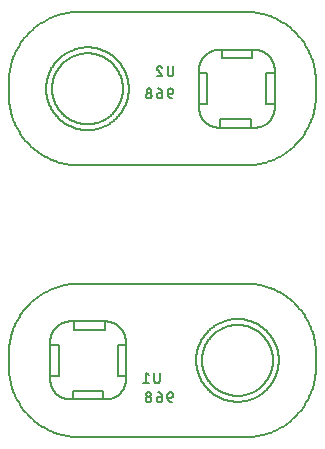
<source format=gbo>
G75*
%MOIN*%
%OFA0B0*%
%FSLAX25Y25*%
%IPPOS*%
%LPD*%
%AMOC8*
5,1,8,0,0,1.08239X$1,22.5*
%
%ADD10C,0.00787*%
%ADD11C,0.00600*%
%ADD12C,0.00700*%
D10*
X0041551Y0047485D02*
X0041551Y0060027D01*
X0041551Y0058874D02*
X0044307Y0058874D01*
X0044307Y0048638D01*
X0041551Y0048638D01*
X0041551Y0047485D02*
X0041553Y0047323D01*
X0041559Y0047160D01*
X0041569Y0046998D01*
X0041582Y0046836D01*
X0041600Y0046675D01*
X0041622Y0046514D01*
X0041647Y0046353D01*
X0041676Y0046194D01*
X0041709Y0046035D01*
X0041746Y0045877D01*
X0041787Y0045719D01*
X0041832Y0045563D01*
X0041880Y0045408D01*
X0041932Y0045254D01*
X0041988Y0045102D01*
X0042047Y0044951D01*
X0042110Y0044801D01*
X0042177Y0044653D01*
X0042247Y0044506D01*
X0042321Y0044362D01*
X0042398Y0044219D01*
X0042479Y0044078D01*
X0042563Y0043939D01*
X0042650Y0043802D01*
X0042741Y0043667D01*
X0042835Y0043534D01*
X0042932Y0043404D01*
X0043032Y0043276D01*
X0043135Y0043151D01*
X0043241Y0043028D01*
X0043350Y0042908D01*
X0043462Y0042790D01*
X0043577Y0042675D01*
X0043695Y0042563D01*
X0043815Y0042454D01*
X0043938Y0042348D01*
X0044063Y0042245D01*
X0044191Y0042145D01*
X0044321Y0042048D01*
X0044454Y0041954D01*
X0044589Y0041863D01*
X0044726Y0041776D01*
X0044865Y0041692D01*
X0045006Y0041611D01*
X0045149Y0041534D01*
X0045293Y0041460D01*
X0045440Y0041390D01*
X0045588Y0041323D01*
X0045738Y0041260D01*
X0045889Y0041201D01*
X0046041Y0041145D01*
X0046195Y0041093D01*
X0046350Y0041045D01*
X0046506Y0041000D01*
X0046664Y0040959D01*
X0046822Y0040922D01*
X0046981Y0040889D01*
X0047140Y0040860D01*
X0047301Y0040835D01*
X0047462Y0040813D01*
X0047623Y0040795D01*
X0047785Y0040782D01*
X0047947Y0040772D01*
X0048110Y0040766D01*
X0048272Y0040764D01*
X0049031Y0040764D01*
X0049031Y0043520D01*
X0059268Y0043520D01*
X0059268Y0040764D01*
X0049031Y0040764D01*
X0059268Y0040764D02*
X0060083Y0040764D01*
X0060083Y0040763D02*
X0060244Y0040765D01*
X0060405Y0040771D01*
X0060566Y0040781D01*
X0060726Y0040794D01*
X0060886Y0040812D01*
X0061046Y0040833D01*
X0061205Y0040858D01*
X0061364Y0040887D01*
X0061521Y0040920D01*
X0061678Y0040957D01*
X0061834Y0040997D01*
X0061989Y0041041D01*
X0062143Y0041089D01*
X0062295Y0041141D01*
X0062446Y0041196D01*
X0062596Y0041255D01*
X0062745Y0041318D01*
X0062892Y0041384D01*
X0063037Y0041453D01*
X0063180Y0041526D01*
X0063322Y0041603D01*
X0063462Y0041683D01*
X0063600Y0041766D01*
X0063736Y0041853D01*
X0063869Y0041943D01*
X0064001Y0042036D01*
X0064130Y0042132D01*
X0064257Y0042231D01*
X0064381Y0042334D01*
X0064503Y0042439D01*
X0064622Y0042547D01*
X0064739Y0042659D01*
X0064852Y0042772D01*
X0064964Y0042889D01*
X0065072Y0043008D01*
X0065177Y0043130D01*
X0065280Y0043254D01*
X0065379Y0043381D01*
X0065475Y0043510D01*
X0065568Y0043642D01*
X0065658Y0043775D01*
X0065745Y0043911D01*
X0065828Y0044049D01*
X0065908Y0044189D01*
X0065985Y0044331D01*
X0066058Y0044474D01*
X0066127Y0044619D01*
X0066193Y0044766D01*
X0066256Y0044915D01*
X0066315Y0045065D01*
X0066370Y0045216D01*
X0066422Y0045368D01*
X0066470Y0045522D01*
X0066514Y0045677D01*
X0066554Y0045833D01*
X0066591Y0045990D01*
X0066624Y0046147D01*
X0066653Y0046306D01*
X0066678Y0046465D01*
X0066699Y0046625D01*
X0066717Y0046785D01*
X0066730Y0046945D01*
X0066740Y0047106D01*
X0066746Y0047267D01*
X0066748Y0047428D01*
X0066748Y0060027D01*
X0066748Y0058874D02*
X0063992Y0058874D01*
X0063992Y0048638D01*
X0066748Y0048638D01*
X0066748Y0060027D02*
X0066746Y0060189D01*
X0066740Y0060352D01*
X0066730Y0060514D01*
X0066717Y0060676D01*
X0066699Y0060837D01*
X0066677Y0060998D01*
X0066652Y0061159D01*
X0066623Y0061318D01*
X0066590Y0061477D01*
X0066553Y0061635D01*
X0066512Y0061793D01*
X0066467Y0061949D01*
X0066419Y0062104D01*
X0066367Y0062258D01*
X0066311Y0062410D01*
X0066252Y0062561D01*
X0066189Y0062711D01*
X0066122Y0062859D01*
X0066052Y0063006D01*
X0065978Y0063150D01*
X0065901Y0063293D01*
X0065820Y0063434D01*
X0065736Y0063573D01*
X0065649Y0063710D01*
X0065558Y0063845D01*
X0065464Y0063978D01*
X0065367Y0064108D01*
X0065267Y0064236D01*
X0065164Y0064361D01*
X0065058Y0064484D01*
X0064949Y0064604D01*
X0064837Y0064722D01*
X0064722Y0064837D01*
X0064604Y0064949D01*
X0064484Y0065058D01*
X0064361Y0065164D01*
X0064236Y0065267D01*
X0064108Y0065367D01*
X0063978Y0065464D01*
X0063845Y0065558D01*
X0063710Y0065649D01*
X0063573Y0065736D01*
X0063434Y0065820D01*
X0063293Y0065901D01*
X0063150Y0065978D01*
X0063006Y0066052D01*
X0062859Y0066122D01*
X0062711Y0066189D01*
X0062561Y0066252D01*
X0062410Y0066311D01*
X0062258Y0066367D01*
X0062104Y0066419D01*
X0061949Y0066467D01*
X0061793Y0066512D01*
X0061635Y0066553D01*
X0061477Y0066590D01*
X0061318Y0066623D01*
X0061159Y0066652D01*
X0060998Y0066677D01*
X0060837Y0066699D01*
X0060676Y0066717D01*
X0060514Y0066730D01*
X0060352Y0066740D01*
X0060189Y0066746D01*
X0060027Y0066748D01*
X0048272Y0066748D01*
X0049425Y0066748D02*
X0049425Y0063992D01*
X0059661Y0063992D01*
X0059661Y0066748D01*
X0048272Y0066748D02*
X0048110Y0066746D01*
X0047947Y0066740D01*
X0047785Y0066730D01*
X0047623Y0066717D01*
X0047462Y0066699D01*
X0047301Y0066677D01*
X0047140Y0066652D01*
X0046981Y0066623D01*
X0046822Y0066590D01*
X0046664Y0066553D01*
X0046506Y0066512D01*
X0046350Y0066467D01*
X0046195Y0066419D01*
X0046041Y0066367D01*
X0045889Y0066311D01*
X0045738Y0066252D01*
X0045588Y0066189D01*
X0045440Y0066122D01*
X0045293Y0066052D01*
X0045149Y0065978D01*
X0045006Y0065901D01*
X0044865Y0065820D01*
X0044726Y0065736D01*
X0044589Y0065649D01*
X0044454Y0065558D01*
X0044321Y0065464D01*
X0044191Y0065367D01*
X0044063Y0065267D01*
X0043938Y0065164D01*
X0043815Y0065058D01*
X0043695Y0064949D01*
X0043577Y0064837D01*
X0043462Y0064722D01*
X0043350Y0064604D01*
X0043241Y0064484D01*
X0043135Y0064361D01*
X0043032Y0064236D01*
X0042932Y0064108D01*
X0042835Y0063978D01*
X0042741Y0063845D01*
X0042650Y0063710D01*
X0042563Y0063573D01*
X0042479Y0063434D01*
X0042398Y0063293D01*
X0042321Y0063150D01*
X0042247Y0063006D01*
X0042177Y0062859D01*
X0042110Y0062711D01*
X0042047Y0062561D01*
X0041988Y0062410D01*
X0041932Y0062258D01*
X0041880Y0062104D01*
X0041832Y0061949D01*
X0041787Y0061793D01*
X0041746Y0061635D01*
X0041709Y0061477D01*
X0041676Y0061318D01*
X0041647Y0061159D01*
X0041622Y0060998D01*
X0041600Y0060837D01*
X0041582Y0060676D01*
X0041569Y0060514D01*
X0041559Y0060352D01*
X0041553Y0060189D01*
X0041551Y0060027D01*
X0027772Y0055923D02*
X0027779Y0056489D01*
X0027799Y0057055D01*
X0027834Y0057620D01*
X0027881Y0058184D01*
X0027943Y0058746D01*
X0028018Y0059307D01*
X0028106Y0059866D01*
X0028208Y0060423D01*
X0028324Y0060977D01*
X0028453Y0061528D01*
X0028595Y0062076D01*
X0028750Y0062621D01*
X0028918Y0063161D01*
X0029100Y0063697D01*
X0029294Y0064229D01*
X0029501Y0064756D01*
X0029721Y0065277D01*
X0029953Y0065793D01*
X0030198Y0066304D01*
X0030455Y0066808D01*
X0030724Y0067306D01*
X0031005Y0067798D01*
X0031298Y0068282D01*
X0031602Y0068759D01*
X0031918Y0069229D01*
X0032245Y0069691D01*
X0032584Y0070145D01*
X0032933Y0070590D01*
X0033292Y0071027D01*
X0033663Y0071455D01*
X0034043Y0071874D01*
X0034434Y0072284D01*
X0034834Y0072684D01*
X0035244Y0073075D01*
X0035663Y0073455D01*
X0036091Y0073826D01*
X0036528Y0074185D01*
X0036973Y0074534D01*
X0037427Y0074873D01*
X0037889Y0075200D01*
X0038359Y0075516D01*
X0038836Y0075820D01*
X0039320Y0076113D01*
X0039812Y0076394D01*
X0040310Y0076663D01*
X0040814Y0076920D01*
X0041325Y0077165D01*
X0041841Y0077397D01*
X0042362Y0077617D01*
X0042889Y0077824D01*
X0043421Y0078018D01*
X0043957Y0078200D01*
X0044497Y0078368D01*
X0045042Y0078523D01*
X0045590Y0078665D01*
X0046141Y0078794D01*
X0046695Y0078910D01*
X0047252Y0079012D01*
X0047811Y0079100D01*
X0048372Y0079175D01*
X0048934Y0079237D01*
X0049498Y0079284D01*
X0050063Y0079319D01*
X0050629Y0079339D01*
X0051195Y0079346D01*
X0106711Y0079346D01*
X0107277Y0079339D01*
X0107843Y0079319D01*
X0108408Y0079284D01*
X0108972Y0079237D01*
X0109534Y0079175D01*
X0110095Y0079100D01*
X0110654Y0079012D01*
X0111211Y0078910D01*
X0111765Y0078794D01*
X0112316Y0078665D01*
X0112864Y0078523D01*
X0113409Y0078368D01*
X0113949Y0078200D01*
X0114485Y0078018D01*
X0115017Y0077824D01*
X0115544Y0077617D01*
X0116065Y0077397D01*
X0116581Y0077165D01*
X0117092Y0076920D01*
X0117596Y0076663D01*
X0118094Y0076394D01*
X0118586Y0076113D01*
X0119070Y0075820D01*
X0119547Y0075516D01*
X0120017Y0075200D01*
X0120479Y0074873D01*
X0120933Y0074534D01*
X0121378Y0074185D01*
X0121815Y0073826D01*
X0122243Y0073455D01*
X0122662Y0073075D01*
X0123072Y0072684D01*
X0123472Y0072284D01*
X0123863Y0071874D01*
X0124243Y0071455D01*
X0124614Y0071027D01*
X0124973Y0070590D01*
X0125322Y0070145D01*
X0125661Y0069691D01*
X0125988Y0069229D01*
X0126304Y0068759D01*
X0126608Y0068282D01*
X0126901Y0067798D01*
X0127182Y0067306D01*
X0127451Y0066808D01*
X0127708Y0066304D01*
X0127953Y0065793D01*
X0128185Y0065277D01*
X0128405Y0064756D01*
X0128612Y0064229D01*
X0128806Y0063697D01*
X0128988Y0063161D01*
X0129156Y0062621D01*
X0129311Y0062076D01*
X0129453Y0061528D01*
X0129582Y0060977D01*
X0129698Y0060423D01*
X0129800Y0059866D01*
X0129888Y0059307D01*
X0129963Y0058746D01*
X0130025Y0058184D01*
X0130072Y0057620D01*
X0130107Y0057055D01*
X0130127Y0056489D01*
X0130134Y0055923D01*
X0130134Y0051589D01*
X0130127Y0051023D01*
X0130107Y0050457D01*
X0130072Y0049892D01*
X0130025Y0049328D01*
X0129963Y0048766D01*
X0129888Y0048205D01*
X0129800Y0047646D01*
X0129698Y0047089D01*
X0129582Y0046535D01*
X0129453Y0045984D01*
X0129311Y0045436D01*
X0129156Y0044891D01*
X0128988Y0044351D01*
X0128806Y0043815D01*
X0128612Y0043283D01*
X0128405Y0042756D01*
X0128185Y0042235D01*
X0127953Y0041719D01*
X0127708Y0041208D01*
X0127451Y0040704D01*
X0127182Y0040206D01*
X0126901Y0039714D01*
X0126608Y0039230D01*
X0126304Y0038753D01*
X0125988Y0038283D01*
X0125661Y0037821D01*
X0125322Y0037367D01*
X0124973Y0036922D01*
X0124614Y0036485D01*
X0124243Y0036057D01*
X0123863Y0035638D01*
X0123472Y0035228D01*
X0123072Y0034828D01*
X0122662Y0034437D01*
X0122243Y0034057D01*
X0121815Y0033686D01*
X0121378Y0033327D01*
X0120933Y0032978D01*
X0120479Y0032639D01*
X0120017Y0032312D01*
X0119547Y0031996D01*
X0119070Y0031692D01*
X0118586Y0031399D01*
X0118094Y0031118D01*
X0117596Y0030849D01*
X0117092Y0030592D01*
X0116581Y0030347D01*
X0116065Y0030115D01*
X0115544Y0029895D01*
X0115017Y0029688D01*
X0114485Y0029494D01*
X0113949Y0029312D01*
X0113409Y0029144D01*
X0112864Y0028989D01*
X0112316Y0028847D01*
X0111765Y0028718D01*
X0111211Y0028602D01*
X0110654Y0028500D01*
X0110095Y0028412D01*
X0109534Y0028337D01*
X0108972Y0028275D01*
X0108408Y0028228D01*
X0107843Y0028193D01*
X0107277Y0028173D01*
X0106711Y0028166D01*
X0106711Y0028165D02*
X0051195Y0028165D01*
X0051195Y0028166D02*
X0050629Y0028173D01*
X0050063Y0028193D01*
X0049498Y0028228D01*
X0048934Y0028275D01*
X0048372Y0028337D01*
X0047811Y0028412D01*
X0047252Y0028500D01*
X0046695Y0028602D01*
X0046141Y0028718D01*
X0045590Y0028847D01*
X0045042Y0028989D01*
X0044497Y0029144D01*
X0043957Y0029312D01*
X0043421Y0029494D01*
X0042889Y0029688D01*
X0042362Y0029895D01*
X0041841Y0030115D01*
X0041325Y0030347D01*
X0040814Y0030592D01*
X0040310Y0030849D01*
X0039812Y0031118D01*
X0039320Y0031399D01*
X0038836Y0031692D01*
X0038359Y0031996D01*
X0037889Y0032312D01*
X0037427Y0032639D01*
X0036973Y0032978D01*
X0036528Y0033327D01*
X0036091Y0033686D01*
X0035663Y0034057D01*
X0035244Y0034437D01*
X0034834Y0034828D01*
X0034434Y0035228D01*
X0034043Y0035638D01*
X0033663Y0036057D01*
X0033292Y0036485D01*
X0032933Y0036922D01*
X0032584Y0037367D01*
X0032245Y0037821D01*
X0031918Y0038283D01*
X0031602Y0038753D01*
X0031298Y0039230D01*
X0031005Y0039714D01*
X0030724Y0040206D01*
X0030455Y0040704D01*
X0030198Y0041208D01*
X0029953Y0041719D01*
X0029721Y0042235D01*
X0029501Y0042756D01*
X0029294Y0043283D01*
X0029100Y0043815D01*
X0028918Y0044351D01*
X0028750Y0044891D01*
X0028595Y0045436D01*
X0028453Y0045984D01*
X0028324Y0046535D01*
X0028208Y0047089D01*
X0028106Y0047646D01*
X0028018Y0048205D01*
X0027943Y0048766D01*
X0027881Y0049328D01*
X0027834Y0049892D01*
X0027799Y0050457D01*
X0027779Y0051023D01*
X0027772Y0051589D01*
X0027772Y0055923D01*
X0051195Y0118717D02*
X0106711Y0118717D01*
X0108480Y0131315D02*
X0108480Y0134071D01*
X0098244Y0134071D01*
X0098244Y0131315D01*
X0097878Y0131315D02*
X0109633Y0131315D01*
X0109795Y0131317D01*
X0109958Y0131323D01*
X0110120Y0131333D01*
X0110282Y0131346D01*
X0110443Y0131364D01*
X0110604Y0131386D01*
X0110765Y0131411D01*
X0110924Y0131440D01*
X0111083Y0131473D01*
X0111241Y0131510D01*
X0111399Y0131551D01*
X0111555Y0131596D01*
X0111710Y0131644D01*
X0111864Y0131696D01*
X0112016Y0131752D01*
X0112167Y0131811D01*
X0112317Y0131874D01*
X0112465Y0131941D01*
X0112612Y0132011D01*
X0112756Y0132085D01*
X0112899Y0132162D01*
X0113040Y0132243D01*
X0113179Y0132327D01*
X0113316Y0132414D01*
X0113451Y0132505D01*
X0113584Y0132599D01*
X0113714Y0132696D01*
X0113842Y0132796D01*
X0113967Y0132899D01*
X0114090Y0133005D01*
X0114210Y0133114D01*
X0114328Y0133226D01*
X0114443Y0133341D01*
X0114555Y0133459D01*
X0114664Y0133579D01*
X0114770Y0133702D01*
X0114873Y0133827D01*
X0114973Y0133955D01*
X0115070Y0134085D01*
X0115164Y0134218D01*
X0115255Y0134353D01*
X0115342Y0134490D01*
X0115426Y0134629D01*
X0115507Y0134770D01*
X0115584Y0134913D01*
X0115658Y0135057D01*
X0115728Y0135204D01*
X0115795Y0135352D01*
X0115858Y0135502D01*
X0115917Y0135653D01*
X0115973Y0135805D01*
X0116025Y0135959D01*
X0116073Y0136114D01*
X0116118Y0136270D01*
X0116159Y0136428D01*
X0116196Y0136586D01*
X0116229Y0136745D01*
X0116258Y0136904D01*
X0116283Y0137065D01*
X0116305Y0137226D01*
X0116323Y0137387D01*
X0116336Y0137549D01*
X0116346Y0137711D01*
X0116352Y0137874D01*
X0116354Y0138036D01*
X0116354Y0150578D01*
X0116354Y0149425D02*
X0113598Y0149425D01*
X0113598Y0139189D01*
X0116354Y0139189D01*
X0130134Y0142140D02*
X0130127Y0141574D01*
X0130107Y0141008D01*
X0130072Y0140443D01*
X0130025Y0139879D01*
X0129963Y0139317D01*
X0129888Y0138756D01*
X0129800Y0138197D01*
X0129698Y0137640D01*
X0129582Y0137086D01*
X0129453Y0136535D01*
X0129311Y0135987D01*
X0129156Y0135442D01*
X0128988Y0134902D01*
X0128806Y0134366D01*
X0128612Y0133834D01*
X0128405Y0133307D01*
X0128185Y0132786D01*
X0127953Y0132270D01*
X0127708Y0131759D01*
X0127451Y0131255D01*
X0127182Y0130757D01*
X0126901Y0130265D01*
X0126608Y0129781D01*
X0126304Y0129304D01*
X0125988Y0128834D01*
X0125661Y0128372D01*
X0125322Y0127918D01*
X0124973Y0127473D01*
X0124614Y0127036D01*
X0124243Y0126608D01*
X0123863Y0126189D01*
X0123472Y0125779D01*
X0123072Y0125379D01*
X0122662Y0124988D01*
X0122243Y0124608D01*
X0121815Y0124237D01*
X0121378Y0123878D01*
X0120933Y0123529D01*
X0120479Y0123190D01*
X0120017Y0122863D01*
X0119547Y0122547D01*
X0119070Y0122243D01*
X0118586Y0121950D01*
X0118094Y0121669D01*
X0117596Y0121400D01*
X0117092Y0121143D01*
X0116581Y0120898D01*
X0116065Y0120666D01*
X0115544Y0120446D01*
X0115017Y0120239D01*
X0114485Y0120045D01*
X0113949Y0119863D01*
X0113409Y0119695D01*
X0112864Y0119540D01*
X0112316Y0119398D01*
X0111765Y0119269D01*
X0111211Y0119153D01*
X0110654Y0119051D01*
X0110095Y0118963D01*
X0109534Y0118888D01*
X0108972Y0118826D01*
X0108408Y0118779D01*
X0107843Y0118744D01*
X0107277Y0118724D01*
X0106711Y0118717D01*
X0097878Y0131315D02*
X0097716Y0131317D01*
X0097553Y0131323D01*
X0097391Y0131333D01*
X0097229Y0131346D01*
X0097068Y0131364D01*
X0096907Y0131386D01*
X0096746Y0131411D01*
X0096587Y0131440D01*
X0096428Y0131473D01*
X0096270Y0131510D01*
X0096112Y0131551D01*
X0095956Y0131596D01*
X0095801Y0131644D01*
X0095647Y0131696D01*
X0095495Y0131752D01*
X0095344Y0131811D01*
X0095194Y0131874D01*
X0095046Y0131941D01*
X0094899Y0132011D01*
X0094755Y0132085D01*
X0094612Y0132162D01*
X0094471Y0132243D01*
X0094332Y0132327D01*
X0094195Y0132414D01*
X0094060Y0132505D01*
X0093927Y0132599D01*
X0093797Y0132696D01*
X0093669Y0132796D01*
X0093544Y0132899D01*
X0093421Y0133005D01*
X0093301Y0133114D01*
X0093183Y0133226D01*
X0093068Y0133341D01*
X0092956Y0133459D01*
X0092847Y0133579D01*
X0092741Y0133702D01*
X0092638Y0133827D01*
X0092538Y0133955D01*
X0092441Y0134085D01*
X0092347Y0134218D01*
X0092256Y0134353D01*
X0092169Y0134490D01*
X0092085Y0134629D01*
X0092004Y0134770D01*
X0091927Y0134913D01*
X0091853Y0135057D01*
X0091783Y0135204D01*
X0091716Y0135352D01*
X0091653Y0135502D01*
X0091594Y0135653D01*
X0091538Y0135805D01*
X0091486Y0135959D01*
X0091438Y0136114D01*
X0091393Y0136270D01*
X0091352Y0136428D01*
X0091315Y0136586D01*
X0091282Y0136745D01*
X0091253Y0136904D01*
X0091228Y0137065D01*
X0091206Y0137226D01*
X0091188Y0137387D01*
X0091175Y0137549D01*
X0091165Y0137711D01*
X0091159Y0137874D01*
X0091157Y0138036D01*
X0091157Y0150635D01*
X0091157Y0149425D02*
X0093913Y0149425D01*
X0093913Y0139189D01*
X0091157Y0139189D01*
X0091157Y0150635D02*
X0091159Y0150796D01*
X0091165Y0150957D01*
X0091175Y0151118D01*
X0091188Y0151278D01*
X0091206Y0151438D01*
X0091227Y0151598D01*
X0091252Y0151757D01*
X0091281Y0151916D01*
X0091314Y0152073D01*
X0091351Y0152230D01*
X0091391Y0152386D01*
X0091435Y0152541D01*
X0091483Y0152695D01*
X0091535Y0152847D01*
X0091590Y0152998D01*
X0091649Y0153148D01*
X0091712Y0153297D01*
X0091778Y0153444D01*
X0091847Y0153589D01*
X0091920Y0153732D01*
X0091997Y0153874D01*
X0092077Y0154014D01*
X0092160Y0154152D01*
X0092247Y0154288D01*
X0092337Y0154421D01*
X0092430Y0154553D01*
X0092526Y0154682D01*
X0092625Y0154809D01*
X0092728Y0154933D01*
X0092833Y0155055D01*
X0092941Y0155174D01*
X0093053Y0155291D01*
X0093166Y0155404D01*
X0093283Y0155516D01*
X0093402Y0155624D01*
X0093524Y0155729D01*
X0093648Y0155832D01*
X0093775Y0155931D01*
X0093904Y0156027D01*
X0094036Y0156120D01*
X0094169Y0156210D01*
X0094305Y0156297D01*
X0094443Y0156380D01*
X0094583Y0156460D01*
X0094725Y0156537D01*
X0094868Y0156610D01*
X0095013Y0156679D01*
X0095160Y0156745D01*
X0095309Y0156808D01*
X0095459Y0156867D01*
X0095610Y0156922D01*
X0095762Y0156974D01*
X0095916Y0157022D01*
X0096071Y0157066D01*
X0096227Y0157106D01*
X0096384Y0157143D01*
X0096541Y0157176D01*
X0096700Y0157205D01*
X0096859Y0157230D01*
X0097019Y0157251D01*
X0097179Y0157269D01*
X0097339Y0157282D01*
X0097500Y0157292D01*
X0097661Y0157298D01*
X0097822Y0157300D01*
X0097822Y0157299D02*
X0098638Y0157299D01*
X0098638Y0154543D01*
X0108874Y0154543D01*
X0108874Y0157299D01*
X0109633Y0157299D01*
X0108874Y0157299D02*
X0098638Y0157299D01*
X0109633Y0157299D02*
X0109795Y0157297D01*
X0109958Y0157291D01*
X0110120Y0157281D01*
X0110282Y0157268D01*
X0110443Y0157250D01*
X0110604Y0157228D01*
X0110765Y0157203D01*
X0110924Y0157174D01*
X0111083Y0157141D01*
X0111241Y0157104D01*
X0111399Y0157063D01*
X0111555Y0157018D01*
X0111710Y0156970D01*
X0111864Y0156918D01*
X0112016Y0156862D01*
X0112167Y0156803D01*
X0112317Y0156740D01*
X0112465Y0156673D01*
X0112612Y0156603D01*
X0112756Y0156529D01*
X0112899Y0156452D01*
X0113040Y0156371D01*
X0113179Y0156287D01*
X0113316Y0156200D01*
X0113451Y0156109D01*
X0113584Y0156015D01*
X0113714Y0155918D01*
X0113842Y0155818D01*
X0113967Y0155715D01*
X0114090Y0155609D01*
X0114210Y0155500D01*
X0114328Y0155388D01*
X0114443Y0155273D01*
X0114555Y0155155D01*
X0114664Y0155035D01*
X0114770Y0154912D01*
X0114873Y0154787D01*
X0114973Y0154659D01*
X0115070Y0154529D01*
X0115164Y0154396D01*
X0115255Y0154261D01*
X0115342Y0154124D01*
X0115426Y0153985D01*
X0115507Y0153844D01*
X0115584Y0153701D01*
X0115658Y0153557D01*
X0115728Y0153410D01*
X0115795Y0153262D01*
X0115858Y0153112D01*
X0115917Y0152961D01*
X0115973Y0152809D01*
X0116025Y0152655D01*
X0116073Y0152500D01*
X0116118Y0152344D01*
X0116159Y0152186D01*
X0116196Y0152028D01*
X0116229Y0151869D01*
X0116258Y0151710D01*
X0116283Y0151549D01*
X0116305Y0151388D01*
X0116323Y0151227D01*
X0116336Y0151065D01*
X0116346Y0150903D01*
X0116352Y0150740D01*
X0116354Y0150578D01*
X0130134Y0146474D02*
X0130127Y0147040D01*
X0130107Y0147606D01*
X0130072Y0148171D01*
X0130025Y0148735D01*
X0129963Y0149297D01*
X0129888Y0149858D01*
X0129800Y0150417D01*
X0129698Y0150974D01*
X0129582Y0151528D01*
X0129453Y0152079D01*
X0129311Y0152627D01*
X0129156Y0153172D01*
X0128988Y0153712D01*
X0128806Y0154248D01*
X0128612Y0154780D01*
X0128405Y0155307D01*
X0128185Y0155828D01*
X0127953Y0156344D01*
X0127708Y0156855D01*
X0127451Y0157359D01*
X0127182Y0157857D01*
X0126901Y0158349D01*
X0126608Y0158833D01*
X0126304Y0159310D01*
X0125988Y0159780D01*
X0125661Y0160242D01*
X0125322Y0160696D01*
X0124973Y0161141D01*
X0124614Y0161578D01*
X0124243Y0162006D01*
X0123863Y0162425D01*
X0123472Y0162835D01*
X0123072Y0163235D01*
X0122662Y0163626D01*
X0122243Y0164006D01*
X0121815Y0164377D01*
X0121378Y0164736D01*
X0120933Y0165085D01*
X0120479Y0165424D01*
X0120017Y0165751D01*
X0119547Y0166067D01*
X0119070Y0166371D01*
X0118586Y0166664D01*
X0118094Y0166945D01*
X0117596Y0167214D01*
X0117092Y0167471D01*
X0116581Y0167716D01*
X0116065Y0167948D01*
X0115544Y0168168D01*
X0115017Y0168375D01*
X0114485Y0168569D01*
X0113949Y0168751D01*
X0113409Y0168919D01*
X0112864Y0169074D01*
X0112316Y0169216D01*
X0111765Y0169345D01*
X0111211Y0169461D01*
X0110654Y0169563D01*
X0110095Y0169651D01*
X0109534Y0169726D01*
X0108972Y0169788D01*
X0108408Y0169835D01*
X0107843Y0169870D01*
X0107277Y0169890D01*
X0106711Y0169897D01*
X0106711Y0169898D02*
X0051195Y0169898D01*
X0051195Y0169897D02*
X0050629Y0169890D01*
X0050063Y0169870D01*
X0049498Y0169835D01*
X0048934Y0169788D01*
X0048372Y0169726D01*
X0047811Y0169651D01*
X0047252Y0169563D01*
X0046695Y0169461D01*
X0046141Y0169345D01*
X0045590Y0169216D01*
X0045042Y0169074D01*
X0044497Y0168919D01*
X0043957Y0168751D01*
X0043421Y0168569D01*
X0042889Y0168375D01*
X0042362Y0168168D01*
X0041841Y0167948D01*
X0041325Y0167716D01*
X0040814Y0167471D01*
X0040310Y0167214D01*
X0039812Y0166945D01*
X0039320Y0166664D01*
X0038836Y0166371D01*
X0038359Y0166067D01*
X0037889Y0165751D01*
X0037427Y0165424D01*
X0036973Y0165085D01*
X0036528Y0164736D01*
X0036091Y0164377D01*
X0035663Y0164006D01*
X0035244Y0163626D01*
X0034834Y0163235D01*
X0034434Y0162835D01*
X0034043Y0162425D01*
X0033663Y0162006D01*
X0033292Y0161578D01*
X0032933Y0161141D01*
X0032584Y0160696D01*
X0032245Y0160242D01*
X0031918Y0159780D01*
X0031602Y0159310D01*
X0031298Y0158833D01*
X0031005Y0158349D01*
X0030724Y0157857D01*
X0030455Y0157359D01*
X0030198Y0156855D01*
X0029953Y0156344D01*
X0029721Y0155828D01*
X0029501Y0155307D01*
X0029294Y0154780D01*
X0029100Y0154248D01*
X0028918Y0153712D01*
X0028750Y0153172D01*
X0028595Y0152627D01*
X0028453Y0152079D01*
X0028324Y0151528D01*
X0028208Y0150974D01*
X0028106Y0150417D01*
X0028018Y0149858D01*
X0027943Y0149297D01*
X0027881Y0148735D01*
X0027834Y0148171D01*
X0027799Y0147606D01*
X0027779Y0147040D01*
X0027772Y0146474D01*
X0027772Y0142140D01*
X0027779Y0141574D01*
X0027799Y0141008D01*
X0027834Y0140443D01*
X0027881Y0139879D01*
X0027943Y0139317D01*
X0028018Y0138756D01*
X0028106Y0138197D01*
X0028208Y0137640D01*
X0028324Y0137086D01*
X0028453Y0136535D01*
X0028595Y0135987D01*
X0028750Y0135442D01*
X0028918Y0134902D01*
X0029100Y0134366D01*
X0029294Y0133834D01*
X0029501Y0133307D01*
X0029721Y0132786D01*
X0029953Y0132270D01*
X0030198Y0131759D01*
X0030455Y0131255D01*
X0030724Y0130757D01*
X0031005Y0130265D01*
X0031298Y0129781D01*
X0031602Y0129304D01*
X0031918Y0128834D01*
X0032245Y0128372D01*
X0032584Y0127918D01*
X0032933Y0127473D01*
X0033292Y0127036D01*
X0033663Y0126608D01*
X0034043Y0126189D01*
X0034434Y0125779D01*
X0034834Y0125379D01*
X0035244Y0124988D01*
X0035663Y0124608D01*
X0036091Y0124237D01*
X0036528Y0123878D01*
X0036973Y0123529D01*
X0037427Y0123190D01*
X0037889Y0122863D01*
X0038359Y0122547D01*
X0038836Y0122243D01*
X0039320Y0121950D01*
X0039812Y0121669D01*
X0040310Y0121400D01*
X0040814Y0121143D01*
X0041325Y0120898D01*
X0041841Y0120666D01*
X0042362Y0120446D01*
X0042889Y0120239D01*
X0043421Y0120045D01*
X0043957Y0119863D01*
X0044497Y0119695D01*
X0045042Y0119540D01*
X0045590Y0119398D01*
X0046141Y0119269D01*
X0046695Y0119153D01*
X0047252Y0119051D01*
X0047811Y0118963D01*
X0048372Y0118888D01*
X0048934Y0118826D01*
X0049498Y0118779D01*
X0050063Y0118744D01*
X0050629Y0118724D01*
X0051195Y0118717D01*
X0040173Y0144307D02*
X0040177Y0144645D01*
X0040190Y0144983D01*
X0040210Y0145321D01*
X0040239Y0145658D01*
X0040277Y0145994D01*
X0040322Y0146329D01*
X0040376Y0146663D01*
X0040438Y0146995D01*
X0040508Y0147326D01*
X0040586Y0147655D01*
X0040672Y0147982D01*
X0040766Y0148307D01*
X0040869Y0148630D01*
X0040979Y0148949D01*
X0041096Y0149266D01*
X0041222Y0149580D01*
X0041355Y0149891D01*
X0041496Y0150199D01*
X0041644Y0150503D01*
X0041800Y0150803D01*
X0041963Y0151099D01*
X0042133Y0151391D01*
X0042311Y0151679D01*
X0042495Y0151963D01*
X0042687Y0152242D01*
X0042885Y0152516D01*
X0043090Y0152785D01*
X0043301Y0153049D01*
X0043519Y0153308D01*
X0043743Y0153561D01*
X0043973Y0153809D01*
X0044209Y0154051D01*
X0044451Y0154287D01*
X0044699Y0154517D01*
X0044952Y0154741D01*
X0045211Y0154959D01*
X0045475Y0155170D01*
X0045744Y0155375D01*
X0046018Y0155573D01*
X0046297Y0155765D01*
X0046581Y0155949D01*
X0046869Y0156127D01*
X0047161Y0156297D01*
X0047457Y0156460D01*
X0047757Y0156616D01*
X0048061Y0156764D01*
X0048369Y0156905D01*
X0048680Y0157038D01*
X0048994Y0157164D01*
X0049311Y0157281D01*
X0049630Y0157391D01*
X0049953Y0157494D01*
X0050278Y0157588D01*
X0050605Y0157674D01*
X0050934Y0157752D01*
X0051265Y0157822D01*
X0051597Y0157884D01*
X0051931Y0157938D01*
X0052266Y0157983D01*
X0052602Y0158021D01*
X0052939Y0158050D01*
X0053277Y0158070D01*
X0053615Y0158083D01*
X0053953Y0158087D01*
X0054291Y0158083D01*
X0054629Y0158070D01*
X0054967Y0158050D01*
X0055304Y0158021D01*
X0055640Y0157983D01*
X0055975Y0157938D01*
X0056309Y0157884D01*
X0056641Y0157822D01*
X0056972Y0157752D01*
X0057301Y0157674D01*
X0057628Y0157588D01*
X0057953Y0157494D01*
X0058276Y0157391D01*
X0058595Y0157281D01*
X0058912Y0157164D01*
X0059226Y0157038D01*
X0059537Y0156905D01*
X0059845Y0156764D01*
X0060149Y0156616D01*
X0060449Y0156460D01*
X0060745Y0156297D01*
X0061037Y0156127D01*
X0061325Y0155949D01*
X0061609Y0155765D01*
X0061888Y0155573D01*
X0062162Y0155375D01*
X0062431Y0155170D01*
X0062695Y0154959D01*
X0062954Y0154741D01*
X0063207Y0154517D01*
X0063455Y0154287D01*
X0063697Y0154051D01*
X0063933Y0153809D01*
X0064163Y0153561D01*
X0064387Y0153308D01*
X0064605Y0153049D01*
X0064816Y0152785D01*
X0065021Y0152516D01*
X0065219Y0152242D01*
X0065411Y0151963D01*
X0065595Y0151679D01*
X0065773Y0151391D01*
X0065943Y0151099D01*
X0066106Y0150803D01*
X0066262Y0150503D01*
X0066410Y0150199D01*
X0066551Y0149891D01*
X0066684Y0149580D01*
X0066810Y0149266D01*
X0066927Y0148949D01*
X0067037Y0148630D01*
X0067140Y0148307D01*
X0067234Y0147982D01*
X0067320Y0147655D01*
X0067398Y0147326D01*
X0067468Y0146995D01*
X0067530Y0146663D01*
X0067584Y0146329D01*
X0067629Y0145994D01*
X0067667Y0145658D01*
X0067696Y0145321D01*
X0067716Y0144983D01*
X0067729Y0144645D01*
X0067733Y0144307D01*
X0067729Y0143969D01*
X0067716Y0143631D01*
X0067696Y0143293D01*
X0067667Y0142956D01*
X0067629Y0142620D01*
X0067584Y0142285D01*
X0067530Y0141951D01*
X0067468Y0141619D01*
X0067398Y0141288D01*
X0067320Y0140959D01*
X0067234Y0140632D01*
X0067140Y0140307D01*
X0067037Y0139984D01*
X0066927Y0139665D01*
X0066810Y0139348D01*
X0066684Y0139034D01*
X0066551Y0138723D01*
X0066410Y0138415D01*
X0066262Y0138111D01*
X0066106Y0137811D01*
X0065943Y0137515D01*
X0065773Y0137223D01*
X0065595Y0136935D01*
X0065411Y0136651D01*
X0065219Y0136372D01*
X0065021Y0136098D01*
X0064816Y0135829D01*
X0064605Y0135565D01*
X0064387Y0135306D01*
X0064163Y0135053D01*
X0063933Y0134805D01*
X0063697Y0134563D01*
X0063455Y0134327D01*
X0063207Y0134097D01*
X0062954Y0133873D01*
X0062695Y0133655D01*
X0062431Y0133444D01*
X0062162Y0133239D01*
X0061888Y0133041D01*
X0061609Y0132849D01*
X0061325Y0132665D01*
X0061037Y0132487D01*
X0060745Y0132317D01*
X0060449Y0132154D01*
X0060149Y0131998D01*
X0059845Y0131850D01*
X0059537Y0131709D01*
X0059226Y0131576D01*
X0058912Y0131450D01*
X0058595Y0131333D01*
X0058276Y0131223D01*
X0057953Y0131120D01*
X0057628Y0131026D01*
X0057301Y0130940D01*
X0056972Y0130862D01*
X0056641Y0130792D01*
X0056309Y0130730D01*
X0055975Y0130676D01*
X0055640Y0130631D01*
X0055304Y0130593D01*
X0054967Y0130564D01*
X0054629Y0130544D01*
X0054291Y0130531D01*
X0053953Y0130527D01*
X0053615Y0130531D01*
X0053277Y0130544D01*
X0052939Y0130564D01*
X0052602Y0130593D01*
X0052266Y0130631D01*
X0051931Y0130676D01*
X0051597Y0130730D01*
X0051265Y0130792D01*
X0050934Y0130862D01*
X0050605Y0130940D01*
X0050278Y0131026D01*
X0049953Y0131120D01*
X0049630Y0131223D01*
X0049311Y0131333D01*
X0048994Y0131450D01*
X0048680Y0131576D01*
X0048369Y0131709D01*
X0048061Y0131850D01*
X0047757Y0131998D01*
X0047457Y0132154D01*
X0047161Y0132317D01*
X0046869Y0132487D01*
X0046581Y0132665D01*
X0046297Y0132849D01*
X0046018Y0133041D01*
X0045744Y0133239D01*
X0045475Y0133444D01*
X0045211Y0133655D01*
X0044952Y0133873D01*
X0044699Y0134097D01*
X0044451Y0134327D01*
X0044209Y0134563D01*
X0043973Y0134805D01*
X0043743Y0135053D01*
X0043519Y0135306D01*
X0043301Y0135565D01*
X0043090Y0135829D01*
X0042885Y0136098D01*
X0042687Y0136372D01*
X0042495Y0136651D01*
X0042311Y0136935D01*
X0042133Y0137223D01*
X0041963Y0137515D01*
X0041800Y0137811D01*
X0041644Y0138111D01*
X0041496Y0138415D01*
X0041355Y0138723D01*
X0041222Y0139034D01*
X0041096Y0139348D01*
X0040979Y0139665D01*
X0040869Y0139984D01*
X0040766Y0140307D01*
X0040672Y0140632D01*
X0040586Y0140959D01*
X0040508Y0141288D01*
X0040438Y0141619D01*
X0040376Y0141951D01*
X0040322Y0142285D01*
X0040277Y0142620D01*
X0040239Y0142956D01*
X0040210Y0143293D01*
X0040190Y0143631D01*
X0040177Y0143969D01*
X0040173Y0144307D01*
X0042142Y0144307D02*
X0042146Y0144597D01*
X0042156Y0144887D01*
X0042174Y0145176D01*
X0042199Y0145465D01*
X0042231Y0145753D01*
X0042270Y0146040D01*
X0042316Y0146326D01*
X0042369Y0146611D01*
X0042429Y0146895D01*
X0042496Y0147177D01*
X0042570Y0147457D01*
X0042651Y0147736D01*
X0042738Y0148012D01*
X0042832Y0148286D01*
X0042933Y0148558D01*
X0043041Y0148827D01*
X0043155Y0149093D01*
X0043276Y0149357D01*
X0043403Y0149617D01*
X0043537Y0149875D01*
X0043676Y0150129D01*
X0043822Y0150379D01*
X0043974Y0150626D01*
X0044133Y0150869D01*
X0044297Y0151108D01*
X0044466Y0151343D01*
X0044642Y0151574D01*
X0044823Y0151800D01*
X0045010Y0152022D01*
X0045202Y0152239D01*
X0045399Y0152451D01*
X0045601Y0152659D01*
X0045809Y0152861D01*
X0046021Y0153058D01*
X0046238Y0153250D01*
X0046460Y0153437D01*
X0046686Y0153618D01*
X0046917Y0153794D01*
X0047152Y0153963D01*
X0047391Y0154127D01*
X0047634Y0154286D01*
X0047881Y0154438D01*
X0048131Y0154584D01*
X0048385Y0154723D01*
X0048643Y0154857D01*
X0048903Y0154984D01*
X0049167Y0155105D01*
X0049433Y0155219D01*
X0049702Y0155327D01*
X0049974Y0155428D01*
X0050248Y0155522D01*
X0050524Y0155609D01*
X0050803Y0155690D01*
X0051083Y0155764D01*
X0051365Y0155831D01*
X0051649Y0155891D01*
X0051934Y0155944D01*
X0052220Y0155990D01*
X0052507Y0156029D01*
X0052795Y0156061D01*
X0053084Y0156086D01*
X0053373Y0156104D01*
X0053663Y0156114D01*
X0053953Y0156118D01*
X0054243Y0156114D01*
X0054533Y0156104D01*
X0054822Y0156086D01*
X0055111Y0156061D01*
X0055399Y0156029D01*
X0055686Y0155990D01*
X0055972Y0155944D01*
X0056257Y0155891D01*
X0056541Y0155831D01*
X0056823Y0155764D01*
X0057103Y0155690D01*
X0057382Y0155609D01*
X0057658Y0155522D01*
X0057932Y0155428D01*
X0058204Y0155327D01*
X0058473Y0155219D01*
X0058739Y0155105D01*
X0059003Y0154984D01*
X0059263Y0154857D01*
X0059521Y0154723D01*
X0059775Y0154584D01*
X0060025Y0154438D01*
X0060272Y0154286D01*
X0060515Y0154127D01*
X0060754Y0153963D01*
X0060989Y0153794D01*
X0061220Y0153618D01*
X0061446Y0153437D01*
X0061668Y0153250D01*
X0061885Y0153058D01*
X0062097Y0152861D01*
X0062305Y0152659D01*
X0062507Y0152451D01*
X0062704Y0152239D01*
X0062896Y0152022D01*
X0063083Y0151800D01*
X0063264Y0151574D01*
X0063440Y0151343D01*
X0063609Y0151108D01*
X0063773Y0150869D01*
X0063932Y0150626D01*
X0064084Y0150379D01*
X0064230Y0150129D01*
X0064369Y0149875D01*
X0064503Y0149617D01*
X0064630Y0149357D01*
X0064751Y0149093D01*
X0064865Y0148827D01*
X0064973Y0148558D01*
X0065074Y0148286D01*
X0065168Y0148012D01*
X0065255Y0147736D01*
X0065336Y0147457D01*
X0065410Y0147177D01*
X0065477Y0146895D01*
X0065537Y0146611D01*
X0065590Y0146326D01*
X0065636Y0146040D01*
X0065675Y0145753D01*
X0065707Y0145465D01*
X0065732Y0145176D01*
X0065750Y0144887D01*
X0065760Y0144597D01*
X0065764Y0144307D01*
X0065760Y0144017D01*
X0065750Y0143727D01*
X0065732Y0143438D01*
X0065707Y0143149D01*
X0065675Y0142861D01*
X0065636Y0142574D01*
X0065590Y0142288D01*
X0065537Y0142003D01*
X0065477Y0141719D01*
X0065410Y0141437D01*
X0065336Y0141157D01*
X0065255Y0140878D01*
X0065168Y0140602D01*
X0065074Y0140328D01*
X0064973Y0140056D01*
X0064865Y0139787D01*
X0064751Y0139521D01*
X0064630Y0139257D01*
X0064503Y0138997D01*
X0064369Y0138739D01*
X0064230Y0138485D01*
X0064084Y0138235D01*
X0063932Y0137988D01*
X0063773Y0137745D01*
X0063609Y0137506D01*
X0063440Y0137271D01*
X0063264Y0137040D01*
X0063083Y0136814D01*
X0062896Y0136592D01*
X0062704Y0136375D01*
X0062507Y0136163D01*
X0062305Y0135955D01*
X0062097Y0135753D01*
X0061885Y0135556D01*
X0061668Y0135364D01*
X0061446Y0135177D01*
X0061220Y0134996D01*
X0060989Y0134820D01*
X0060754Y0134651D01*
X0060515Y0134487D01*
X0060272Y0134328D01*
X0060025Y0134176D01*
X0059775Y0134030D01*
X0059521Y0133891D01*
X0059263Y0133757D01*
X0059003Y0133630D01*
X0058739Y0133509D01*
X0058473Y0133395D01*
X0058204Y0133287D01*
X0057932Y0133186D01*
X0057658Y0133092D01*
X0057382Y0133005D01*
X0057103Y0132924D01*
X0056823Y0132850D01*
X0056541Y0132783D01*
X0056257Y0132723D01*
X0055972Y0132670D01*
X0055686Y0132624D01*
X0055399Y0132585D01*
X0055111Y0132553D01*
X0054822Y0132528D01*
X0054533Y0132510D01*
X0054243Y0132500D01*
X0053953Y0132496D01*
X0053663Y0132500D01*
X0053373Y0132510D01*
X0053084Y0132528D01*
X0052795Y0132553D01*
X0052507Y0132585D01*
X0052220Y0132624D01*
X0051934Y0132670D01*
X0051649Y0132723D01*
X0051365Y0132783D01*
X0051083Y0132850D01*
X0050803Y0132924D01*
X0050524Y0133005D01*
X0050248Y0133092D01*
X0049974Y0133186D01*
X0049702Y0133287D01*
X0049433Y0133395D01*
X0049167Y0133509D01*
X0048903Y0133630D01*
X0048643Y0133757D01*
X0048385Y0133891D01*
X0048131Y0134030D01*
X0047881Y0134176D01*
X0047634Y0134328D01*
X0047391Y0134487D01*
X0047152Y0134651D01*
X0046917Y0134820D01*
X0046686Y0134996D01*
X0046460Y0135177D01*
X0046238Y0135364D01*
X0046021Y0135556D01*
X0045809Y0135753D01*
X0045601Y0135955D01*
X0045399Y0136163D01*
X0045202Y0136375D01*
X0045010Y0136592D01*
X0044823Y0136814D01*
X0044642Y0137040D01*
X0044466Y0137271D01*
X0044297Y0137506D01*
X0044133Y0137745D01*
X0043974Y0137988D01*
X0043822Y0138235D01*
X0043676Y0138485D01*
X0043537Y0138739D01*
X0043403Y0138997D01*
X0043276Y0139257D01*
X0043155Y0139521D01*
X0043041Y0139787D01*
X0042933Y0140056D01*
X0042832Y0140328D01*
X0042738Y0140602D01*
X0042651Y0140878D01*
X0042570Y0141157D01*
X0042496Y0141437D01*
X0042429Y0141719D01*
X0042369Y0142003D01*
X0042316Y0142288D01*
X0042270Y0142574D01*
X0042231Y0142861D01*
X0042199Y0143149D01*
X0042174Y0143438D01*
X0042156Y0143727D01*
X0042146Y0144017D01*
X0042142Y0144307D01*
X0130134Y0146474D02*
X0130134Y0142140D01*
X0090173Y0053756D02*
X0090177Y0054094D01*
X0090190Y0054432D01*
X0090210Y0054770D01*
X0090239Y0055107D01*
X0090277Y0055443D01*
X0090322Y0055778D01*
X0090376Y0056112D01*
X0090438Y0056444D01*
X0090508Y0056775D01*
X0090586Y0057104D01*
X0090672Y0057431D01*
X0090766Y0057756D01*
X0090869Y0058079D01*
X0090979Y0058398D01*
X0091096Y0058715D01*
X0091222Y0059029D01*
X0091355Y0059340D01*
X0091496Y0059648D01*
X0091644Y0059952D01*
X0091800Y0060252D01*
X0091963Y0060548D01*
X0092133Y0060840D01*
X0092311Y0061128D01*
X0092495Y0061412D01*
X0092687Y0061691D01*
X0092885Y0061965D01*
X0093090Y0062234D01*
X0093301Y0062498D01*
X0093519Y0062757D01*
X0093743Y0063010D01*
X0093973Y0063258D01*
X0094209Y0063500D01*
X0094451Y0063736D01*
X0094699Y0063966D01*
X0094952Y0064190D01*
X0095211Y0064408D01*
X0095475Y0064619D01*
X0095744Y0064824D01*
X0096018Y0065022D01*
X0096297Y0065214D01*
X0096581Y0065398D01*
X0096869Y0065576D01*
X0097161Y0065746D01*
X0097457Y0065909D01*
X0097757Y0066065D01*
X0098061Y0066213D01*
X0098369Y0066354D01*
X0098680Y0066487D01*
X0098994Y0066613D01*
X0099311Y0066730D01*
X0099630Y0066840D01*
X0099953Y0066943D01*
X0100278Y0067037D01*
X0100605Y0067123D01*
X0100934Y0067201D01*
X0101265Y0067271D01*
X0101597Y0067333D01*
X0101931Y0067387D01*
X0102266Y0067432D01*
X0102602Y0067470D01*
X0102939Y0067499D01*
X0103277Y0067519D01*
X0103615Y0067532D01*
X0103953Y0067536D01*
X0104291Y0067532D01*
X0104629Y0067519D01*
X0104967Y0067499D01*
X0105304Y0067470D01*
X0105640Y0067432D01*
X0105975Y0067387D01*
X0106309Y0067333D01*
X0106641Y0067271D01*
X0106972Y0067201D01*
X0107301Y0067123D01*
X0107628Y0067037D01*
X0107953Y0066943D01*
X0108276Y0066840D01*
X0108595Y0066730D01*
X0108912Y0066613D01*
X0109226Y0066487D01*
X0109537Y0066354D01*
X0109845Y0066213D01*
X0110149Y0066065D01*
X0110449Y0065909D01*
X0110745Y0065746D01*
X0111037Y0065576D01*
X0111325Y0065398D01*
X0111609Y0065214D01*
X0111888Y0065022D01*
X0112162Y0064824D01*
X0112431Y0064619D01*
X0112695Y0064408D01*
X0112954Y0064190D01*
X0113207Y0063966D01*
X0113455Y0063736D01*
X0113697Y0063500D01*
X0113933Y0063258D01*
X0114163Y0063010D01*
X0114387Y0062757D01*
X0114605Y0062498D01*
X0114816Y0062234D01*
X0115021Y0061965D01*
X0115219Y0061691D01*
X0115411Y0061412D01*
X0115595Y0061128D01*
X0115773Y0060840D01*
X0115943Y0060548D01*
X0116106Y0060252D01*
X0116262Y0059952D01*
X0116410Y0059648D01*
X0116551Y0059340D01*
X0116684Y0059029D01*
X0116810Y0058715D01*
X0116927Y0058398D01*
X0117037Y0058079D01*
X0117140Y0057756D01*
X0117234Y0057431D01*
X0117320Y0057104D01*
X0117398Y0056775D01*
X0117468Y0056444D01*
X0117530Y0056112D01*
X0117584Y0055778D01*
X0117629Y0055443D01*
X0117667Y0055107D01*
X0117696Y0054770D01*
X0117716Y0054432D01*
X0117729Y0054094D01*
X0117733Y0053756D01*
X0117729Y0053418D01*
X0117716Y0053080D01*
X0117696Y0052742D01*
X0117667Y0052405D01*
X0117629Y0052069D01*
X0117584Y0051734D01*
X0117530Y0051400D01*
X0117468Y0051068D01*
X0117398Y0050737D01*
X0117320Y0050408D01*
X0117234Y0050081D01*
X0117140Y0049756D01*
X0117037Y0049433D01*
X0116927Y0049114D01*
X0116810Y0048797D01*
X0116684Y0048483D01*
X0116551Y0048172D01*
X0116410Y0047864D01*
X0116262Y0047560D01*
X0116106Y0047260D01*
X0115943Y0046964D01*
X0115773Y0046672D01*
X0115595Y0046384D01*
X0115411Y0046100D01*
X0115219Y0045821D01*
X0115021Y0045547D01*
X0114816Y0045278D01*
X0114605Y0045014D01*
X0114387Y0044755D01*
X0114163Y0044502D01*
X0113933Y0044254D01*
X0113697Y0044012D01*
X0113455Y0043776D01*
X0113207Y0043546D01*
X0112954Y0043322D01*
X0112695Y0043104D01*
X0112431Y0042893D01*
X0112162Y0042688D01*
X0111888Y0042490D01*
X0111609Y0042298D01*
X0111325Y0042114D01*
X0111037Y0041936D01*
X0110745Y0041766D01*
X0110449Y0041603D01*
X0110149Y0041447D01*
X0109845Y0041299D01*
X0109537Y0041158D01*
X0109226Y0041025D01*
X0108912Y0040899D01*
X0108595Y0040782D01*
X0108276Y0040672D01*
X0107953Y0040569D01*
X0107628Y0040475D01*
X0107301Y0040389D01*
X0106972Y0040311D01*
X0106641Y0040241D01*
X0106309Y0040179D01*
X0105975Y0040125D01*
X0105640Y0040080D01*
X0105304Y0040042D01*
X0104967Y0040013D01*
X0104629Y0039993D01*
X0104291Y0039980D01*
X0103953Y0039976D01*
X0103615Y0039980D01*
X0103277Y0039993D01*
X0102939Y0040013D01*
X0102602Y0040042D01*
X0102266Y0040080D01*
X0101931Y0040125D01*
X0101597Y0040179D01*
X0101265Y0040241D01*
X0100934Y0040311D01*
X0100605Y0040389D01*
X0100278Y0040475D01*
X0099953Y0040569D01*
X0099630Y0040672D01*
X0099311Y0040782D01*
X0098994Y0040899D01*
X0098680Y0041025D01*
X0098369Y0041158D01*
X0098061Y0041299D01*
X0097757Y0041447D01*
X0097457Y0041603D01*
X0097161Y0041766D01*
X0096869Y0041936D01*
X0096581Y0042114D01*
X0096297Y0042298D01*
X0096018Y0042490D01*
X0095744Y0042688D01*
X0095475Y0042893D01*
X0095211Y0043104D01*
X0094952Y0043322D01*
X0094699Y0043546D01*
X0094451Y0043776D01*
X0094209Y0044012D01*
X0093973Y0044254D01*
X0093743Y0044502D01*
X0093519Y0044755D01*
X0093301Y0045014D01*
X0093090Y0045278D01*
X0092885Y0045547D01*
X0092687Y0045821D01*
X0092495Y0046100D01*
X0092311Y0046384D01*
X0092133Y0046672D01*
X0091963Y0046964D01*
X0091800Y0047260D01*
X0091644Y0047560D01*
X0091496Y0047864D01*
X0091355Y0048172D01*
X0091222Y0048483D01*
X0091096Y0048797D01*
X0090979Y0049114D01*
X0090869Y0049433D01*
X0090766Y0049756D01*
X0090672Y0050081D01*
X0090586Y0050408D01*
X0090508Y0050737D01*
X0090438Y0051068D01*
X0090376Y0051400D01*
X0090322Y0051734D01*
X0090277Y0052069D01*
X0090239Y0052405D01*
X0090210Y0052742D01*
X0090190Y0053080D01*
X0090177Y0053418D01*
X0090173Y0053756D01*
X0092142Y0053756D02*
X0092146Y0054046D01*
X0092156Y0054336D01*
X0092174Y0054625D01*
X0092199Y0054914D01*
X0092231Y0055202D01*
X0092270Y0055489D01*
X0092316Y0055775D01*
X0092369Y0056060D01*
X0092429Y0056344D01*
X0092496Y0056626D01*
X0092570Y0056906D01*
X0092651Y0057185D01*
X0092738Y0057461D01*
X0092832Y0057735D01*
X0092933Y0058007D01*
X0093041Y0058276D01*
X0093155Y0058542D01*
X0093276Y0058806D01*
X0093403Y0059066D01*
X0093537Y0059324D01*
X0093676Y0059578D01*
X0093822Y0059828D01*
X0093974Y0060075D01*
X0094133Y0060318D01*
X0094297Y0060557D01*
X0094466Y0060792D01*
X0094642Y0061023D01*
X0094823Y0061249D01*
X0095010Y0061471D01*
X0095202Y0061688D01*
X0095399Y0061900D01*
X0095601Y0062108D01*
X0095809Y0062310D01*
X0096021Y0062507D01*
X0096238Y0062699D01*
X0096460Y0062886D01*
X0096686Y0063067D01*
X0096917Y0063243D01*
X0097152Y0063412D01*
X0097391Y0063576D01*
X0097634Y0063735D01*
X0097881Y0063887D01*
X0098131Y0064033D01*
X0098385Y0064172D01*
X0098643Y0064306D01*
X0098903Y0064433D01*
X0099167Y0064554D01*
X0099433Y0064668D01*
X0099702Y0064776D01*
X0099974Y0064877D01*
X0100248Y0064971D01*
X0100524Y0065058D01*
X0100803Y0065139D01*
X0101083Y0065213D01*
X0101365Y0065280D01*
X0101649Y0065340D01*
X0101934Y0065393D01*
X0102220Y0065439D01*
X0102507Y0065478D01*
X0102795Y0065510D01*
X0103084Y0065535D01*
X0103373Y0065553D01*
X0103663Y0065563D01*
X0103953Y0065567D01*
X0104243Y0065563D01*
X0104533Y0065553D01*
X0104822Y0065535D01*
X0105111Y0065510D01*
X0105399Y0065478D01*
X0105686Y0065439D01*
X0105972Y0065393D01*
X0106257Y0065340D01*
X0106541Y0065280D01*
X0106823Y0065213D01*
X0107103Y0065139D01*
X0107382Y0065058D01*
X0107658Y0064971D01*
X0107932Y0064877D01*
X0108204Y0064776D01*
X0108473Y0064668D01*
X0108739Y0064554D01*
X0109003Y0064433D01*
X0109263Y0064306D01*
X0109521Y0064172D01*
X0109775Y0064033D01*
X0110025Y0063887D01*
X0110272Y0063735D01*
X0110515Y0063576D01*
X0110754Y0063412D01*
X0110989Y0063243D01*
X0111220Y0063067D01*
X0111446Y0062886D01*
X0111668Y0062699D01*
X0111885Y0062507D01*
X0112097Y0062310D01*
X0112305Y0062108D01*
X0112507Y0061900D01*
X0112704Y0061688D01*
X0112896Y0061471D01*
X0113083Y0061249D01*
X0113264Y0061023D01*
X0113440Y0060792D01*
X0113609Y0060557D01*
X0113773Y0060318D01*
X0113932Y0060075D01*
X0114084Y0059828D01*
X0114230Y0059578D01*
X0114369Y0059324D01*
X0114503Y0059066D01*
X0114630Y0058806D01*
X0114751Y0058542D01*
X0114865Y0058276D01*
X0114973Y0058007D01*
X0115074Y0057735D01*
X0115168Y0057461D01*
X0115255Y0057185D01*
X0115336Y0056906D01*
X0115410Y0056626D01*
X0115477Y0056344D01*
X0115537Y0056060D01*
X0115590Y0055775D01*
X0115636Y0055489D01*
X0115675Y0055202D01*
X0115707Y0054914D01*
X0115732Y0054625D01*
X0115750Y0054336D01*
X0115760Y0054046D01*
X0115764Y0053756D01*
X0115760Y0053466D01*
X0115750Y0053176D01*
X0115732Y0052887D01*
X0115707Y0052598D01*
X0115675Y0052310D01*
X0115636Y0052023D01*
X0115590Y0051737D01*
X0115537Y0051452D01*
X0115477Y0051168D01*
X0115410Y0050886D01*
X0115336Y0050606D01*
X0115255Y0050327D01*
X0115168Y0050051D01*
X0115074Y0049777D01*
X0114973Y0049505D01*
X0114865Y0049236D01*
X0114751Y0048970D01*
X0114630Y0048706D01*
X0114503Y0048446D01*
X0114369Y0048188D01*
X0114230Y0047934D01*
X0114084Y0047684D01*
X0113932Y0047437D01*
X0113773Y0047194D01*
X0113609Y0046955D01*
X0113440Y0046720D01*
X0113264Y0046489D01*
X0113083Y0046263D01*
X0112896Y0046041D01*
X0112704Y0045824D01*
X0112507Y0045612D01*
X0112305Y0045404D01*
X0112097Y0045202D01*
X0111885Y0045005D01*
X0111668Y0044813D01*
X0111446Y0044626D01*
X0111220Y0044445D01*
X0110989Y0044269D01*
X0110754Y0044100D01*
X0110515Y0043936D01*
X0110272Y0043777D01*
X0110025Y0043625D01*
X0109775Y0043479D01*
X0109521Y0043340D01*
X0109263Y0043206D01*
X0109003Y0043079D01*
X0108739Y0042958D01*
X0108473Y0042844D01*
X0108204Y0042736D01*
X0107932Y0042635D01*
X0107658Y0042541D01*
X0107382Y0042454D01*
X0107103Y0042373D01*
X0106823Y0042299D01*
X0106541Y0042232D01*
X0106257Y0042172D01*
X0105972Y0042119D01*
X0105686Y0042073D01*
X0105399Y0042034D01*
X0105111Y0042002D01*
X0104822Y0041977D01*
X0104533Y0041959D01*
X0104243Y0041949D01*
X0103953Y0041945D01*
X0103663Y0041949D01*
X0103373Y0041959D01*
X0103084Y0041977D01*
X0102795Y0042002D01*
X0102507Y0042034D01*
X0102220Y0042073D01*
X0101934Y0042119D01*
X0101649Y0042172D01*
X0101365Y0042232D01*
X0101083Y0042299D01*
X0100803Y0042373D01*
X0100524Y0042454D01*
X0100248Y0042541D01*
X0099974Y0042635D01*
X0099702Y0042736D01*
X0099433Y0042844D01*
X0099167Y0042958D01*
X0098903Y0043079D01*
X0098643Y0043206D01*
X0098385Y0043340D01*
X0098131Y0043479D01*
X0097881Y0043625D01*
X0097634Y0043777D01*
X0097391Y0043936D01*
X0097152Y0044100D01*
X0096917Y0044269D01*
X0096686Y0044445D01*
X0096460Y0044626D01*
X0096238Y0044813D01*
X0096021Y0045005D01*
X0095809Y0045202D01*
X0095601Y0045404D01*
X0095399Y0045612D01*
X0095202Y0045824D01*
X0095010Y0046041D01*
X0094823Y0046263D01*
X0094642Y0046489D01*
X0094466Y0046720D01*
X0094297Y0046955D01*
X0094133Y0047194D01*
X0093974Y0047437D01*
X0093822Y0047684D01*
X0093676Y0047934D01*
X0093537Y0048188D01*
X0093403Y0048446D01*
X0093276Y0048706D01*
X0093155Y0048970D01*
X0093041Y0049236D01*
X0092933Y0049505D01*
X0092832Y0049777D01*
X0092738Y0050051D01*
X0092651Y0050327D01*
X0092570Y0050606D01*
X0092496Y0050886D01*
X0092429Y0051168D01*
X0092369Y0051452D01*
X0092316Y0051737D01*
X0092270Y0052023D01*
X0092231Y0052310D01*
X0092199Y0052598D01*
X0092174Y0052887D01*
X0092156Y0053176D01*
X0092146Y0053466D01*
X0092142Y0053756D01*
D11*
X0078075Y0049519D02*
X0078075Y0047109D01*
X0078073Y0047050D01*
X0078067Y0046990D01*
X0078058Y0046932D01*
X0078045Y0046874D01*
X0078028Y0046817D01*
X0078007Y0046761D01*
X0077983Y0046707D01*
X0077956Y0046654D01*
X0077925Y0046603D01*
X0077891Y0046555D01*
X0077854Y0046508D01*
X0077814Y0046464D01*
X0077771Y0046423D01*
X0077726Y0046384D01*
X0077678Y0046349D01*
X0077629Y0046316D01*
X0077577Y0046287D01*
X0077523Y0046261D01*
X0077468Y0046239D01*
X0077412Y0046220D01*
X0077354Y0046205D01*
X0077296Y0046194D01*
X0077237Y0046186D01*
X0077178Y0046182D01*
X0077118Y0046182D01*
X0077059Y0046186D01*
X0077000Y0046194D01*
X0076942Y0046205D01*
X0076884Y0046220D01*
X0076828Y0046239D01*
X0076773Y0046261D01*
X0076719Y0046287D01*
X0076667Y0046316D01*
X0076618Y0046349D01*
X0076570Y0046384D01*
X0076525Y0046423D01*
X0076482Y0046464D01*
X0076442Y0046508D01*
X0076405Y0046555D01*
X0076371Y0046603D01*
X0076340Y0046654D01*
X0076313Y0046707D01*
X0076289Y0046761D01*
X0076268Y0046817D01*
X0076251Y0046874D01*
X0076238Y0046932D01*
X0076229Y0046990D01*
X0076223Y0047050D01*
X0076221Y0047109D01*
X0076221Y0049519D01*
X0074414Y0048777D02*
X0073487Y0049519D01*
X0073487Y0046182D01*
X0074414Y0046182D02*
X0072560Y0046182D01*
X0077074Y0148544D02*
X0078928Y0148544D01*
X0077353Y0150398D01*
X0077909Y0151881D02*
X0077973Y0151879D01*
X0078037Y0151873D01*
X0078101Y0151864D01*
X0078163Y0151850D01*
X0078225Y0151833D01*
X0078286Y0151813D01*
X0078345Y0151788D01*
X0078403Y0151760D01*
X0078459Y0151729D01*
X0078513Y0151694D01*
X0078565Y0151657D01*
X0078615Y0151616D01*
X0078662Y0151572D01*
X0078706Y0151526D01*
X0078748Y0151477D01*
X0078786Y0151425D01*
X0078821Y0151372D01*
X0078853Y0151316D01*
X0078882Y0151259D01*
X0078907Y0151200D01*
X0078929Y0151139D01*
X0077353Y0150398D02*
X0077314Y0150438D01*
X0077277Y0150480D01*
X0077243Y0150524D01*
X0077212Y0150571D01*
X0077184Y0150619D01*
X0077159Y0150669D01*
X0077137Y0150720D01*
X0077118Y0150772D01*
X0077103Y0150826D01*
X0077091Y0150881D01*
X0077082Y0150936D01*
X0077077Y0150991D01*
X0077075Y0151047D01*
X0077077Y0151104D01*
X0077083Y0151161D01*
X0077092Y0151217D01*
X0077106Y0151272D01*
X0077123Y0151326D01*
X0077144Y0151379D01*
X0077169Y0151431D01*
X0077196Y0151480D01*
X0077228Y0151528D01*
X0077262Y0151573D01*
X0077299Y0151616D01*
X0077340Y0151657D01*
X0077383Y0151694D01*
X0077428Y0151728D01*
X0077476Y0151760D01*
X0077525Y0151787D01*
X0077577Y0151812D01*
X0077630Y0151833D01*
X0077684Y0151850D01*
X0077739Y0151864D01*
X0077795Y0151873D01*
X0077852Y0151879D01*
X0077909Y0151881D01*
X0080736Y0151881D02*
X0080736Y0149471D01*
X0080738Y0149412D01*
X0080744Y0149352D01*
X0080753Y0149294D01*
X0080766Y0149236D01*
X0080783Y0149179D01*
X0080804Y0149123D01*
X0080828Y0149069D01*
X0080855Y0149016D01*
X0080886Y0148965D01*
X0080920Y0148917D01*
X0080957Y0148870D01*
X0080997Y0148826D01*
X0081040Y0148785D01*
X0081085Y0148746D01*
X0081133Y0148711D01*
X0081182Y0148678D01*
X0081234Y0148649D01*
X0081288Y0148623D01*
X0081343Y0148601D01*
X0081399Y0148582D01*
X0081457Y0148567D01*
X0081515Y0148556D01*
X0081574Y0148548D01*
X0081633Y0148544D01*
X0081693Y0148544D01*
X0081752Y0148548D01*
X0081811Y0148556D01*
X0081869Y0148567D01*
X0081927Y0148582D01*
X0081983Y0148601D01*
X0082038Y0148623D01*
X0082092Y0148649D01*
X0082144Y0148678D01*
X0082193Y0148711D01*
X0082241Y0148746D01*
X0082286Y0148785D01*
X0082329Y0148826D01*
X0082369Y0148870D01*
X0082406Y0148917D01*
X0082440Y0148965D01*
X0082471Y0149016D01*
X0082498Y0149069D01*
X0082522Y0149123D01*
X0082543Y0149179D01*
X0082560Y0149236D01*
X0082573Y0149294D01*
X0082582Y0149352D01*
X0082588Y0149412D01*
X0082590Y0149471D01*
X0082590Y0151881D01*
D12*
X0082540Y0143497D02*
X0082540Y0143314D01*
X0082539Y0143314D02*
X0082537Y0143262D01*
X0082532Y0143210D01*
X0082522Y0143158D01*
X0082509Y0143107D01*
X0082493Y0143058D01*
X0082473Y0143010D01*
X0082449Y0142963D01*
X0082423Y0142918D01*
X0082393Y0142875D01*
X0082360Y0142834D01*
X0082324Y0142796D01*
X0082286Y0142760D01*
X0082245Y0142727D01*
X0082202Y0142697D01*
X0082157Y0142671D01*
X0082111Y0142647D01*
X0082062Y0142627D01*
X0082013Y0142611D01*
X0081962Y0142598D01*
X0081910Y0142588D01*
X0081858Y0142583D01*
X0081806Y0142581D01*
X0081806Y0142580D02*
X0080706Y0142580D01*
X0080706Y0143497D01*
X0080708Y0143556D01*
X0080714Y0143614D01*
X0080723Y0143672D01*
X0080736Y0143730D01*
X0080753Y0143786D01*
X0080773Y0143841D01*
X0080797Y0143895D01*
X0080824Y0143947D01*
X0080854Y0143997D01*
X0080888Y0144045D01*
X0080925Y0144091D01*
X0080964Y0144135D01*
X0081007Y0144176D01*
X0081051Y0144214D01*
X0081098Y0144249D01*
X0081148Y0144281D01*
X0081199Y0144310D01*
X0081252Y0144336D01*
X0081306Y0144358D01*
X0081362Y0144376D01*
X0081419Y0144391D01*
X0081477Y0144402D01*
X0081535Y0144410D01*
X0081594Y0144414D01*
X0081652Y0144414D01*
X0081711Y0144410D01*
X0081769Y0144402D01*
X0081827Y0144391D01*
X0081884Y0144376D01*
X0081940Y0144358D01*
X0081994Y0144336D01*
X0082047Y0144310D01*
X0082098Y0144281D01*
X0082148Y0144249D01*
X0082195Y0144214D01*
X0082239Y0144176D01*
X0082282Y0144135D01*
X0082321Y0144091D01*
X0082358Y0144045D01*
X0082392Y0143997D01*
X0082422Y0143947D01*
X0082449Y0143895D01*
X0082473Y0143841D01*
X0082493Y0143786D01*
X0082510Y0143730D01*
X0082523Y0143672D01*
X0082532Y0143614D01*
X0082538Y0143556D01*
X0082540Y0143497D01*
X0080706Y0142580D02*
X0080708Y0142506D01*
X0080714Y0142432D01*
X0080723Y0142358D01*
X0080736Y0142285D01*
X0080753Y0142212D01*
X0080773Y0142141D01*
X0080797Y0142071D01*
X0080825Y0142001D01*
X0080856Y0141934D01*
X0080890Y0141868D01*
X0080928Y0141804D01*
X0080969Y0141742D01*
X0081013Y0141682D01*
X0081060Y0141624D01*
X0081110Y0141569D01*
X0081162Y0141517D01*
X0081217Y0141467D01*
X0081275Y0141420D01*
X0081335Y0141376D01*
X0081397Y0141335D01*
X0081461Y0141297D01*
X0081527Y0141263D01*
X0081594Y0141232D01*
X0081664Y0141204D01*
X0081734Y0141180D01*
X0081805Y0141160D01*
X0081878Y0141143D01*
X0081951Y0141130D01*
X0082025Y0141121D01*
X0082099Y0141115D01*
X0082173Y0141113D01*
X0078940Y0142030D02*
X0078940Y0142947D01*
X0077840Y0142947D01*
X0078940Y0142947D02*
X0078938Y0143021D01*
X0078932Y0143095D01*
X0078923Y0143169D01*
X0078910Y0143242D01*
X0078893Y0143315D01*
X0078873Y0143386D01*
X0078849Y0143456D01*
X0078821Y0143526D01*
X0078790Y0143593D01*
X0078756Y0143659D01*
X0078718Y0143723D01*
X0078677Y0143785D01*
X0078633Y0143845D01*
X0078586Y0143903D01*
X0078536Y0143958D01*
X0078484Y0144010D01*
X0078429Y0144060D01*
X0078371Y0144107D01*
X0078311Y0144151D01*
X0078249Y0144192D01*
X0078185Y0144230D01*
X0078119Y0144264D01*
X0078052Y0144295D01*
X0077982Y0144323D01*
X0077912Y0144347D01*
X0077841Y0144367D01*
X0077768Y0144384D01*
X0077695Y0144397D01*
X0077621Y0144406D01*
X0077547Y0144412D01*
X0077473Y0144414D01*
X0077106Y0142214D02*
X0077106Y0142030D01*
X0077107Y0142214D02*
X0077109Y0142266D01*
X0077114Y0142318D01*
X0077124Y0142370D01*
X0077137Y0142421D01*
X0077153Y0142470D01*
X0077173Y0142519D01*
X0077197Y0142565D01*
X0077223Y0142610D01*
X0077253Y0142653D01*
X0077286Y0142694D01*
X0077322Y0142732D01*
X0077360Y0142768D01*
X0077401Y0142801D01*
X0077444Y0142831D01*
X0077489Y0142857D01*
X0077536Y0142881D01*
X0077584Y0142901D01*
X0077633Y0142917D01*
X0077684Y0142930D01*
X0077736Y0142940D01*
X0077788Y0142945D01*
X0077840Y0142947D01*
X0077106Y0142030D02*
X0077108Y0141971D01*
X0077114Y0141913D01*
X0077123Y0141855D01*
X0077136Y0141797D01*
X0077153Y0141741D01*
X0077173Y0141686D01*
X0077197Y0141632D01*
X0077224Y0141580D01*
X0077254Y0141530D01*
X0077288Y0141482D01*
X0077325Y0141436D01*
X0077364Y0141392D01*
X0077407Y0141351D01*
X0077451Y0141313D01*
X0077498Y0141278D01*
X0077548Y0141246D01*
X0077599Y0141217D01*
X0077652Y0141191D01*
X0077706Y0141169D01*
X0077762Y0141151D01*
X0077819Y0141136D01*
X0077877Y0141125D01*
X0077935Y0141117D01*
X0077994Y0141113D01*
X0078052Y0141113D01*
X0078111Y0141117D01*
X0078169Y0141125D01*
X0078227Y0141136D01*
X0078284Y0141151D01*
X0078340Y0141169D01*
X0078394Y0141191D01*
X0078447Y0141217D01*
X0078498Y0141246D01*
X0078548Y0141278D01*
X0078595Y0141313D01*
X0078639Y0141351D01*
X0078682Y0141392D01*
X0078721Y0141436D01*
X0078758Y0141482D01*
X0078792Y0141530D01*
X0078822Y0141580D01*
X0078849Y0141632D01*
X0078873Y0141686D01*
X0078893Y0141741D01*
X0078910Y0141797D01*
X0078923Y0141855D01*
X0078932Y0141913D01*
X0078938Y0141971D01*
X0078940Y0142030D01*
X0075340Y0142030D02*
X0075338Y0141971D01*
X0075332Y0141913D01*
X0075323Y0141855D01*
X0075310Y0141797D01*
X0075293Y0141741D01*
X0075273Y0141686D01*
X0075249Y0141632D01*
X0075222Y0141580D01*
X0075192Y0141530D01*
X0075158Y0141482D01*
X0075121Y0141436D01*
X0075082Y0141392D01*
X0075039Y0141351D01*
X0074995Y0141313D01*
X0074948Y0141278D01*
X0074898Y0141246D01*
X0074847Y0141217D01*
X0074794Y0141191D01*
X0074740Y0141169D01*
X0074684Y0141151D01*
X0074627Y0141136D01*
X0074569Y0141125D01*
X0074511Y0141117D01*
X0074452Y0141113D01*
X0074394Y0141113D01*
X0074335Y0141117D01*
X0074277Y0141125D01*
X0074219Y0141136D01*
X0074162Y0141151D01*
X0074106Y0141169D01*
X0074052Y0141191D01*
X0073999Y0141217D01*
X0073948Y0141246D01*
X0073898Y0141278D01*
X0073851Y0141313D01*
X0073807Y0141351D01*
X0073764Y0141392D01*
X0073725Y0141436D01*
X0073688Y0141482D01*
X0073654Y0141530D01*
X0073624Y0141580D01*
X0073597Y0141632D01*
X0073573Y0141686D01*
X0073553Y0141741D01*
X0073536Y0141797D01*
X0073523Y0141855D01*
X0073514Y0141913D01*
X0073508Y0141971D01*
X0073506Y0142030D01*
X0073508Y0142089D01*
X0073514Y0142147D01*
X0073523Y0142205D01*
X0073536Y0142263D01*
X0073553Y0142319D01*
X0073573Y0142374D01*
X0073597Y0142428D01*
X0073624Y0142480D01*
X0073654Y0142530D01*
X0073688Y0142578D01*
X0073725Y0142624D01*
X0073764Y0142668D01*
X0073807Y0142709D01*
X0073851Y0142747D01*
X0073898Y0142782D01*
X0073948Y0142814D01*
X0073999Y0142843D01*
X0074052Y0142869D01*
X0074106Y0142891D01*
X0074162Y0142909D01*
X0074219Y0142924D01*
X0074277Y0142935D01*
X0074335Y0142943D01*
X0074394Y0142947D01*
X0074452Y0142947D01*
X0074511Y0142943D01*
X0074569Y0142935D01*
X0074627Y0142924D01*
X0074684Y0142909D01*
X0074740Y0142891D01*
X0074794Y0142869D01*
X0074847Y0142843D01*
X0074898Y0142814D01*
X0074948Y0142782D01*
X0074995Y0142747D01*
X0075039Y0142709D01*
X0075082Y0142668D01*
X0075121Y0142624D01*
X0075158Y0142578D01*
X0075192Y0142530D01*
X0075222Y0142480D01*
X0075249Y0142428D01*
X0075273Y0142374D01*
X0075293Y0142319D01*
X0075310Y0142263D01*
X0075323Y0142205D01*
X0075332Y0142147D01*
X0075338Y0142089D01*
X0075340Y0142030D01*
X0075156Y0143680D02*
X0075154Y0143628D01*
X0075149Y0143576D01*
X0075139Y0143524D01*
X0075126Y0143473D01*
X0075110Y0143424D01*
X0075090Y0143376D01*
X0075066Y0143329D01*
X0075040Y0143284D01*
X0075010Y0143241D01*
X0074977Y0143200D01*
X0074941Y0143162D01*
X0074903Y0143126D01*
X0074862Y0143093D01*
X0074819Y0143063D01*
X0074774Y0143037D01*
X0074727Y0143013D01*
X0074679Y0142993D01*
X0074630Y0142977D01*
X0074579Y0142964D01*
X0074527Y0142954D01*
X0074475Y0142949D01*
X0074423Y0142947D01*
X0074371Y0142949D01*
X0074319Y0142954D01*
X0074267Y0142964D01*
X0074216Y0142977D01*
X0074167Y0142993D01*
X0074119Y0143013D01*
X0074072Y0143037D01*
X0074027Y0143063D01*
X0073984Y0143093D01*
X0073943Y0143126D01*
X0073905Y0143162D01*
X0073869Y0143200D01*
X0073836Y0143241D01*
X0073806Y0143284D01*
X0073780Y0143329D01*
X0073756Y0143376D01*
X0073736Y0143424D01*
X0073720Y0143473D01*
X0073707Y0143524D01*
X0073697Y0143576D01*
X0073692Y0143628D01*
X0073690Y0143680D01*
X0073692Y0143732D01*
X0073697Y0143784D01*
X0073707Y0143836D01*
X0073720Y0143887D01*
X0073736Y0143936D01*
X0073756Y0143984D01*
X0073780Y0144031D01*
X0073806Y0144076D01*
X0073836Y0144119D01*
X0073869Y0144160D01*
X0073905Y0144198D01*
X0073943Y0144234D01*
X0073984Y0144267D01*
X0074027Y0144297D01*
X0074072Y0144323D01*
X0074119Y0144347D01*
X0074167Y0144367D01*
X0074216Y0144383D01*
X0074267Y0144396D01*
X0074319Y0144406D01*
X0074371Y0144411D01*
X0074423Y0144413D01*
X0074475Y0144411D01*
X0074527Y0144406D01*
X0074579Y0144396D01*
X0074630Y0144383D01*
X0074679Y0144367D01*
X0074727Y0144347D01*
X0074774Y0144323D01*
X0074819Y0144297D01*
X0074862Y0144267D01*
X0074903Y0144234D01*
X0074941Y0144198D01*
X0074977Y0144160D01*
X0075010Y0144119D01*
X0075040Y0144076D01*
X0075066Y0144031D01*
X0075090Y0143984D01*
X0075110Y0143936D01*
X0075126Y0143887D01*
X0075139Y0143836D01*
X0075149Y0143784D01*
X0075154Y0143732D01*
X0075156Y0143680D01*
X0075047Y0042436D02*
X0075045Y0042384D01*
X0075040Y0042332D01*
X0075030Y0042280D01*
X0075017Y0042229D01*
X0075001Y0042180D01*
X0074981Y0042132D01*
X0074957Y0042085D01*
X0074931Y0042040D01*
X0074901Y0041997D01*
X0074868Y0041956D01*
X0074832Y0041918D01*
X0074794Y0041882D01*
X0074753Y0041849D01*
X0074710Y0041819D01*
X0074665Y0041793D01*
X0074618Y0041769D01*
X0074570Y0041749D01*
X0074521Y0041733D01*
X0074470Y0041720D01*
X0074418Y0041710D01*
X0074366Y0041705D01*
X0074314Y0041703D01*
X0074262Y0041705D01*
X0074210Y0041710D01*
X0074158Y0041720D01*
X0074107Y0041733D01*
X0074058Y0041749D01*
X0074010Y0041769D01*
X0073963Y0041793D01*
X0073918Y0041819D01*
X0073875Y0041849D01*
X0073834Y0041882D01*
X0073796Y0041918D01*
X0073760Y0041956D01*
X0073727Y0041997D01*
X0073697Y0042040D01*
X0073671Y0042085D01*
X0073647Y0042132D01*
X0073627Y0042180D01*
X0073611Y0042229D01*
X0073598Y0042280D01*
X0073588Y0042332D01*
X0073583Y0042384D01*
X0073581Y0042436D01*
X0073583Y0042488D01*
X0073588Y0042540D01*
X0073598Y0042592D01*
X0073611Y0042643D01*
X0073627Y0042692D01*
X0073647Y0042740D01*
X0073671Y0042787D01*
X0073697Y0042832D01*
X0073727Y0042875D01*
X0073760Y0042916D01*
X0073796Y0042954D01*
X0073834Y0042990D01*
X0073875Y0043023D01*
X0073918Y0043053D01*
X0073963Y0043079D01*
X0074010Y0043103D01*
X0074058Y0043123D01*
X0074107Y0043139D01*
X0074158Y0043152D01*
X0074210Y0043162D01*
X0074262Y0043167D01*
X0074314Y0043169D01*
X0074366Y0043167D01*
X0074418Y0043162D01*
X0074470Y0043152D01*
X0074521Y0043139D01*
X0074570Y0043123D01*
X0074618Y0043103D01*
X0074665Y0043079D01*
X0074710Y0043053D01*
X0074753Y0043023D01*
X0074794Y0042990D01*
X0074832Y0042954D01*
X0074868Y0042916D01*
X0074901Y0042875D01*
X0074931Y0042832D01*
X0074957Y0042787D01*
X0074981Y0042740D01*
X0075001Y0042692D01*
X0075017Y0042643D01*
X0075030Y0042592D01*
X0075040Y0042540D01*
X0075045Y0042488D01*
X0075047Y0042436D01*
X0075231Y0040786D02*
X0075229Y0040727D01*
X0075223Y0040669D01*
X0075214Y0040611D01*
X0075201Y0040553D01*
X0075184Y0040497D01*
X0075164Y0040442D01*
X0075140Y0040388D01*
X0075113Y0040336D01*
X0075083Y0040286D01*
X0075049Y0040238D01*
X0075012Y0040192D01*
X0074973Y0040148D01*
X0074930Y0040107D01*
X0074886Y0040069D01*
X0074839Y0040034D01*
X0074789Y0040002D01*
X0074738Y0039973D01*
X0074685Y0039947D01*
X0074631Y0039925D01*
X0074575Y0039907D01*
X0074518Y0039892D01*
X0074460Y0039881D01*
X0074402Y0039873D01*
X0074343Y0039869D01*
X0074285Y0039869D01*
X0074226Y0039873D01*
X0074168Y0039881D01*
X0074110Y0039892D01*
X0074053Y0039907D01*
X0073997Y0039925D01*
X0073943Y0039947D01*
X0073890Y0039973D01*
X0073839Y0040002D01*
X0073789Y0040034D01*
X0073742Y0040069D01*
X0073698Y0040107D01*
X0073655Y0040148D01*
X0073616Y0040192D01*
X0073579Y0040238D01*
X0073545Y0040286D01*
X0073515Y0040336D01*
X0073488Y0040388D01*
X0073464Y0040442D01*
X0073444Y0040497D01*
X0073427Y0040553D01*
X0073414Y0040611D01*
X0073405Y0040669D01*
X0073399Y0040727D01*
X0073397Y0040786D01*
X0073399Y0040845D01*
X0073405Y0040903D01*
X0073414Y0040961D01*
X0073427Y0041019D01*
X0073444Y0041075D01*
X0073464Y0041130D01*
X0073488Y0041184D01*
X0073515Y0041236D01*
X0073545Y0041286D01*
X0073579Y0041334D01*
X0073616Y0041380D01*
X0073655Y0041424D01*
X0073698Y0041465D01*
X0073742Y0041503D01*
X0073789Y0041538D01*
X0073839Y0041570D01*
X0073890Y0041599D01*
X0073943Y0041625D01*
X0073997Y0041647D01*
X0074053Y0041665D01*
X0074110Y0041680D01*
X0074168Y0041691D01*
X0074226Y0041699D01*
X0074285Y0041703D01*
X0074343Y0041703D01*
X0074402Y0041699D01*
X0074460Y0041691D01*
X0074518Y0041680D01*
X0074575Y0041665D01*
X0074631Y0041647D01*
X0074685Y0041625D01*
X0074738Y0041599D01*
X0074789Y0041570D01*
X0074839Y0041538D01*
X0074886Y0041503D01*
X0074930Y0041465D01*
X0074973Y0041424D01*
X0075012Y0041380D01*
X0075049Y0041334D01*
X0075083Y0041286D01*
X0075113Y0041236D01*
X0075140Y0041184D01*
X0075164Y0041130D01*
X0075184Y0041075D01*
X0075201Y0041019D01*
X0075214Y0040961D01*
X0075223Y0040903D01*
X0075229Y0040845D01*
X0075231Y0040786D01*
X0076997Y0040786D02*
X0076997Y0040970D01*
X0076998Y0040970D02*
X0077000Y0041022D01*
X0077005Y0041074D01*
X0077015Y0041126D01*
X0077028Y0041177D01*
X0077044Y0041226D01*
X0077064Y0041275D01*
X0077088Y0041321D01*
X0077114Y0041366D01*
X0077144Y0041409D01*
X0077177Y0041450D01*
X0077213Y0041488D01*
X0077251Y0041524D01*
X0077292Y0041557D01*
X0077335Y0041587D01*
X0077380Y0041613D01*
X0077427Y0041637D01*
X0077475Y0041657D01*
X0077524Y0041673D01*
X0077575Y0041686D01*
X0077627Y0041696D01*
X0077679Y0041701D01*
X0077731Y0041703D01*
X0078831Y0041703D01*
X0078831Y0040786D01*
X0078829Y0040727D01*
X0078823Y0040669D01*
X0078814Y0040611D01*
X0078801Y0040553D01*
X0078784Y0040497D01*
X0078764Y0040442D01*
X0078740Y0040388D01*
X0078713Y0040336D01*
X0078683Y0040286D01*
X0078649Y0040238D01*
X0078612Y0040192D01*
X0078573Y0040148D01*
X0078530Y0040107D01*
X0078486Y0040069D01*
X0078439Y0040034D01*
X0078389Y0040002D01*
X0078338Y0039973D01*
X0078285Y0039947D01*
X0078231Y0039925D01*
X0078175Y0039907D01*
X0078118Y0039892D01*
X0078060Y0039881D01*
X0078002Y0039873D01*
X0077943Y0039869D01*
X0077885Y0039869D01*
X0077826Y0039873D01*
X0077768Y0039881D01*
X0077710Y0039892D01*
X0077653Y0039907D01*
X0077597Y0039925D01*
X0077543Y0039947D01*
X0077490Y0039973D01*
X0077439Y0040002D01*
X0077389Y0040034D01*
X0077342Y0040069D01*
X0077298Y0040107D01*
X0077255Y0040148D01*
X0077216Y0040192D01*
X0077179Y0040238D01*
X0077145Y0040286D01*
X0077115Y0040336D01*
X0077088Y0040388D01*
X0077064Y0040442D01*
X0077044Y0040497D01*
X0077027Y0040553D01*
X0077014Y0040611D01*
X0077005Y0040669D01*
X0076999Y0040727D01*
X0076997Y0040786D01*
X0078831Y0041703D02*
X0078829Y0041777D01*
X0078823Y0041851D01*
X0078814Y0041925D01*
X0078801Y0041998D01*
X0078784Y0042071D01*
X0078764Y0042142D01*
X0078740Y0042212D01*
X0078712Y0042282D01*
X0078681Y0042349D01*
X0078647Y0042415D01*
X0078609Y0042479D01*
X0078568Y0042541D01*
X0078524Y0042601D01*
X0078477Y0042659D01*
X0078427Y0042714D01*
X0078375Y0042766D01*
X0078320Y0042816D01*
X0078262Y0042863D01*
X0078202Y0042907D01*
X0078140Y0042948D01*
X0078076Y0042986D01*
X0078010Y0043020D01*
X0077943Y0043051D01*
X0077873Y0043079D01*
X0077803Y0043103D01*
X0077732Y0043123D01*
X0077659Y0043140D01*
X0077586Y0043153D01*
X0077512Y0043162D01*
X0077438Y0043168D01*
X0077364Y0043170D01*
X0080597Y0042253D02*
X0080597Y0041336D01*
X0081697Y0041336D01*
X0080597Y0041336D02*
X0080599Y0041262D01*
X0080605Y0041188D01*
X0080614Y0041114D01*
X0080627Y0041041D01*
X0080644Y0040968D01*
X0080664Y0040897D01*
X0080688Y0040827D01*
X0080716Y0040757D01*
X0080747Y0040690D01*
X0080781Y0040624D01*
X0080819Y0040560D01*
X0080860Y0040498D01*
X0080904Y0040438D01*
X0080951Y0040380D01*
X0081001Y0040325D01*
X0081053Y0040273D01*
X0081108Y0040223D01*
X0081166Y0040176D01*
X0081226Y0040132D01*
X0081288Y0040091D01*
X0081352Y0040053D01*
X0081418Y0040019D01*
X0081485Y0039988D01*
X0081555Y0039960D01*
X0081625Y0039936D01*
X0081696Y0039916D01*
X0081769Y0039899D01*
X0081842Y0039886D01*
X0081916Y0039877D01*
X0081990Y0039871D01*
X0082064Y0039869D01*
X0082431Y0042070D02*
X0082431Y0042253D01*
X0082430Y0042070D02*
X0082428Y0042018D01*
X0082423Y0041966D01*
X0082413Y0041914D01*
X0082400Y0041863D01*
X0082384Y0041814D01*
X0082364Y0041766D01*
X0082340Y0041719D01*
X0082314Y0041674D01*
X0082284Y0041631D01*
X0082251Y0041590D01*
X0082215Y0041552D01*
X0082177Y0041516D01*
X0082136Y0041483D01*
X0082093Y0041453D01*
X0082048Y0041427D01*
X0082002Y0041403D01*
X0081953Y0041383D01*
X0081904Y0041367D01*
X0081853Y0041354D01*
X0081801Y0041344D01*
X0081749Y0041339D01*
X0081697Y0041337D01*
X0082431Y0042253D02*
X0082429Y0042312D01*
X0082423Y0042370D01*
X0082414Y0042428D01*
X0082401Y0042486D01*
X0082384Y0042542D01*
X0082364Y0042597D01*
X0082340Y0042651D01*
X0082313Y0042703D01*
X0082283Y0042753D01*
X0082249Y0042801D01*
X0082212Y0042847D01*
X0082173Y0042891D01*
X0082130Y0042932D01*
X0082086Y0042970D01*
X0082039Y0043005D01*
X0081989Y0043037D01*
X0081938Y0043066D01*
X0081885Y0043092D01*
X0081831Y0043114D01*
X0081775Y0043132D01*
X0081718Y0043147D01*
X0081660Y0043158D01*
X0081602Y0043166D01*
X0081543Y0043170D01*
X0081485Y0043170D01*
X0081426Y0043166D01*
X0081368Y0043158D01*
X0081310Y0043147D01*
X0081253Y0043132D01*
X0081197Y0043114D01*
X0081143Y0043092D01*
X0081090Y0043066D01*
X0081039Y0043037D01*
X0080989Y0043005D01*
X0080942Y0042970D01*
X0080898Y0042932D01*
X0080855Y0042891D01*
X0080816Y0042847D01*
X0080779Y0042801D01*
X0080745Y0042753D01*
X0080715Y0042703D01*
X0080688Y0042651D01*
X0080664Y0042597D01*
X0080644Y0042542D01*
X0080627Y0042486D01*
X0080614Y0042428D01*
X0080605Y0042370D01*
X0080599Y0042312D01*
X0080597Y0042253D01*
M02*

</source>
